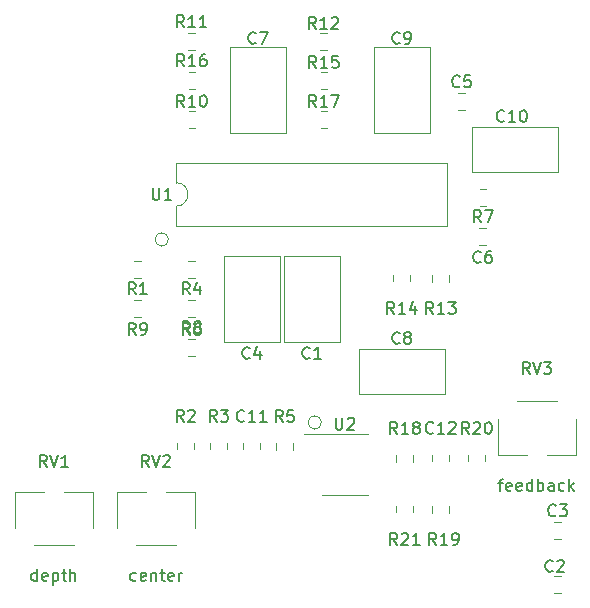
<source format=gto>
G04 #@! TF.GenerationSoftware,KiCad,Pcbnew,5.1.2-f72e74a~84~ubuntu18.04.1*
G04 #@! TF.CreationDate,2019-06-11T14:16:10-04:00*
G04 #@! TF.ProjectId,CEM3320_LPF_plug_in_board,43454d33-3332-4305-9f4c-50465f706c75,1*
G04 #@! TF.SameCoordinates,Original*
G04 #@! TF.FileFunction,Legend,Top*
G04 #@! TF.FilePolarity,Positive*
%FSLAX46Y46*%
G04 Gerber Fmt 4.6, Leading zero omitted, Abs format (unit mm)*
G04 Created by KiCad (PCBNEW 5.1.2-f72e74a~84~ubuntu18.04.1) date 2019-06-11 14:16:10*
%MOMM*%
%LPD*%
G04 APERTURE LIST*
%ADD10C,0.150000*%
%ADD11C,0.120000*%
G04 APERTURE END LIST*
D10*
X173799904Y-116371714D02*
X174180857Y-116371714D01*
X173942761Y-117038380D02*
X173942761Y-116181238D01*
X173990380Y-116086000D01*
X174085619Y-116038380D01*
X174180857Y-116038380D01*
X174895142Y-116990761D02*
X174799904Y-117038380D01*
X174609428Y-117038380D01*
X174514190Y-116990761D01*
X174466571Y-116895523D01*
X174466571Y-116514571D01*
X174514190Y-116419333D01*
X174609428Y-116371714D01*
X174799904Y-116371714D01*
X174895142Y-116419333D01*
X174942761Y-116514571D01*
X174942761Y-116609809D01*
X174466571Y-116705047D01*
X175752285Y-116990761D02*
X175657047Y-117038380D01*
X175466571Y-117038380D01*
X175371333Y-116990761D01*
X175323714Y-116895523D01*
X175323714Y-116514571D01*
X175371333Y-116419333D01*
X175466571Y-116371714D01*
X175657047Y-116371714D01*
X175752285Y-116419333D01*
X175799904Y-116514571D01*
X175799904Y-116609809D01*
X175323714Y-116705047D01*
X176657047Y-117038380D02*
X176657047Y-116038380D01*
X176657047Y-116990761D02*
X176561809Y-117038380D01*
X176371333Y-117038380D01*
X176276095Y-116990761D01*
X176228476Y-116943142D01*
X176180857Y-116847904D01*
X176180857Y-116562190D01*
X176228476Y-116466952D01*
X176276095Y-116419333D01*
X176371333Y-116371714D01*
X176561809Y-116371714D01*
X176657047Y-116419333D01*
X177133238Y-117038380D02*
X177133238Y-116038380D01*
X177133238Y-116419333D02*
X177228476Y-116371714D01*
X177418952Y-116371714D01*
X177514190Y-116419333D01*
X177561809Y-116466952D01*
X177609428Y-116562190D01*
X177609428Y-116847904D01*
X177561809Y-116943142D01*
X177514190Y-116990761D01*
X177418952Y-117038380D01*
X177228476Y-117038380D01*
X177133238Y-116990761D01*
X178466571Y-117038380D02*
X178466571Y-116514571D01*
X178418952Y-116419333D01*
X178323714Y-116371714D01*
X178133238Y-116371714D01*
X178038000Y-116419333D01*
X178466571Y-116990761D02*
X178371333Y-117038380D01*
X178133238Y-117038380D01*
X178038000Y-116990761D01*
X177990380Y-116895523D01*
X177990380Y-116800285D01*
X178038000Y-116705047D01*
X178133238Y-116657428D01*
X178371333Y-116657428D01*
X178466571Y-116609809D01*
X179371333Y-116990761D02*
X179276095Y-117038380D01*
X179085619Y-117038380D01*
X178990380Y-116990761D01*
X178942761Y-116943142D01*
X178895142Y-116847904D01*
X178895142Y-116562190D01*
X178942761Y-116466952D01*
X178990380Y-116419333D01*
X179085619Y-116371714D01*
X179276095Y-116371714D01*
X179371333Y-116419333D01*
X179799904Y-117038380D02*
X179799904Y-116038380D01*
X179895142Y-116657428D02*
X180180857Y-117038380D01*
X180180857Y-116371714D02*
X179799904Y-116752666D01*
X143113333Y-124610761D02*
X143018095Y-124658380D01*
X142827619Y-124658380D01*
X142732380Y-124610761D01*
X142684761Y-124563142D01*
X142637142Y-124467904D01*
X142637142Y-124182190D01*
X142684761Y-124086952D01*
X142732380Y-124039333D01*
X142827619Y-123991714D01*
X143018095Y-123991714D01*
X143113333Y-124039333D01*
X143922857Y-124610761D02*
X143827619Y-124658380D01*
X143637142Y-124658380D01*
X143541904Y-124610761D01*
X143494285Y-124515523D01*
X143494285Y-124134571D01*
X143541904Y-124039333D01*
X143637142Y-123991714D01*
X143827619Y-123991714D01*
X143922857Y-124039333D01*
X143970476Y-124134571D01*
X143970476Y-124229809D01*
X143494285Y-124325047D01*
X144399047Y-123991714D02*
X144399047Y-124658380D01*
X144399047Y-124086952D02*
X144446666Y-124039333D01*
X144541904Y-123991714D01*
X144684761Y-123991714D01*
X144780000Y-124039333D01*
X144827619Y-124134571D01*
X144827619Y-124658380D01*
X145160952Y-123991714D02*
X145541904Y-123991714D01*
X145303809Y-123658380D02*
X145303809Y-124515523D01*
X145351428Y-124610761D01*
X145446666Y-124658380D01*
X145541904Y-124658380D01*
X146256190Y-124610761D02*
X146160952Y-124658380D01*
X145970476Y-124658380D01*
X145875238Y-124610761D01*
X145827619Y-124515523D01*
X145827619Y-124134571D01*
X145875238Y-124039333D01*
X145970476Y-123991714D01*
X146160952Y-123991714D01*
X146256190Y-124039333D01*
X146303809Y-124134571D01*
X146303809Y-124229809D01*
X145827619Y-124325047D01*
X146732380Y-124658380D02*
X146732380Y-123991714D01*
X146732380Y-124182190D02*
X146780000Y-124086952D01*
X146827619Y-124039333D01*
X146922857Y-123991714D01*
X147018095Y-123991714D01*
X134739238Y-124658380D02*
X134739238Y-123658380D01*
X134739238Y-124610761D02*
X134644000Y-124658380D01*
X134453523Y-124658380D01*
X134358285Y-124610761D01*
X134310666Y-124563142D01*
X134263047Y-124467904D01*
X134263047Y-124182190D01*
X134310666Y-124086952D01*
X134358285Y-124039333D01*
X134453523Y-123991714D01*
X134644000Y-123991714D01*
X134739238Y-124039333D01*
X135596380Y-124610761D02*
X135501142Y-124658380D01*
X135310666Y-124658380D01*
X135215428Y-124610761D01*
X135167809Y-124515523D01*
X135167809Y-124134571D01*
X135215428Y-124039333D01*
X135310666Y-123991714D01*
X135501142Y-123991714D01*
X135596380Y-124039333D01*
X135644000Y-124134571D01*
X135644000Y-124229809D01*
X135167809Y-124325047D01*
X136072571Y-123991714D02*
X136072571Y-124991714D01*
X136072571Y-124039333D02*
X136167809Y-123991714D01*
X136358285Y-123991714D01*
X136453523Y-124039333D01*
X136501142Y-124086952D01*
X136548761Y-124182190D01*
X136548761Y-124467904D01*
X136501142Y-124563142D01*
X136453523Y-124610761D01*
X136358285Y-124658380D01*
X136167809Y-124658380D01*
X136072571Y-124610761D01*
X136834476Y-123991714D02*
X137215428Y-123991714D01*
X136977333Y-123658380D02*
X136977333Y-124515523D01*
X137024952Y-124610761D01*
X137120190Y-124658380D01*
X137215428Y-124658380D01*
X137548761Y-124658380D02*
X137548761Y-123658380D01*
X137977333Y-124658380D02*
X137977333Y-124134571D01*
X137929714Y-124039333D01*
X137834476Y-123991714D01*
X137691619Y-123991714D01*
X137596380Y-124039333D01*
X137548761Y-124086952D01*
D11*
X158809961Y-111252000D02*
G75*
G03X158809961Y-111252000I-567961J0D01*
G01*
X145855961Y-95758000D02*
G75*
G03X145855961Y-95758000I-567961J0D01*
G01*
X168200000Y-114029748D02*
X168200000Y-114552252D01*
X169620000Y-114029748D02*
X169620000Y-114552252D01*
X153618000Y-113536252D02*
X153618000Y-113013748D01*
X152198000Y-113536252D02*
X152198000Y-113013748D01*
X160782000Y-112248000D02*
X157332000Y-112248000D01*
X160782000Y-112248000D02*
X162732000Y-112248000D01*
X160782000Y-117368000D02*
X158832000Y-117368000D01*
X160782000Y-117368000D02*
X162732000Y-117368000D01*
X146498000Y-89298000D02*
X146498000Y-90948000D01*
X169478000Y-89298000D02*
X146498000Y-89298000D01*
X169478000Y-94598000D02*
X169478000Y-89298000D01*
X146498000Y-94598000D02*
X169478000Y-94598000D01*
X146498000Y-92948000D02*
X146498000Y-94598000D01*
X146498000Y-90948000D02*
G75*
G02X146498000Y-92948000I0J-1000000D01*
G01*
X180333000Y-110981000D02*
X180333000Y-114035000D01*
X173743000Y-110981000D02*
X173743000Y-114035000D01*
X177873000Y-114035000D02*
X180333000Y-114035000D01*
X173743000Y-114035000D02*
X176203000Y-114035000D01*
X175333000Y-109475000D02*
X178743000Y-109475000D01*
X141485000Y-120159000D02*
X141485000Y-117105000D01*
X148075000Y-120159000D02*
X148075000Y-117105000D01*
X143945000Y-117105000D02*
X141485000Y-117105000D01*
X148075000Y-117105000D02*
X145615000Y-117105000D01*
X146485000Y-121665000D02*
X143075000Y-121665000D01*
X132849000Y-120159000D02*
X132849000Y-117105000D01*
X139439000Y-120159000D02*
X139439000Y-117105000D01*
X135309000Y-117105000D02*
X132849000Y-117105000D01*
X139439000Y-117105000D02*
X136979000Y-117105000D01*
X137849000Y-121665000D02*
X134439000Y-121665000D01*
X166572000Y-118870252D02*
X166572000Y-118347748D01*
X165152000Y-118870252D02*
X165152000Y-118347748D01*
X171248000Y-114029748D02*
X171248000Y-114552252D01*
X172668000Y-114029748D02*
X172668000Y-114552252D01*
X169620000Y-118888252D02*
X169620000Y-118365748D01*
X168200000Y-118888252D02*
X168200000Y-118365748D01*
X165152000Y-114038748D02*
X165152000Y-114561252D01*
X166572000Y-114038748D02*
X166572000Y-114561252D01*
X159274252Y-84888000D02*
X158751748Y-84888000D01*
X159274252Y-86308000D02*
X158751748Y-86308000D01*
X147566748Y-83006000D02*
X148089252Y-83006000D01*
X147566748Y-81586000D02*
X148089252Y-81586000D01*
X159265252Y-81586000D02*
X158742748Y-81586000D01*
X159265252Y-83006000D02*
X158742748Y-83006000D01*
X166318000Y-99312252D02*
X166318000Y-98789748D01*
X164898000Y-99312252D02*
X164898000Y-98789748D01*
X168200000Y-98798748D02*
X168200000Y-99321252D01*
X169620000Y-98798748D02*
X169620000Y-99321252D01*
X159256252Y-78284000D02*
X158733748Y-78284000D01*
X159256252Y-79704000D02*
X158733748Y-79704000D01*
X147557748Y-79704000D02*
X148080252Y-79704000D01*
X147557748Y-78284000D02*
X148080252Y-78284000D01*
X148089252Y-84888000D02*
X147566748Y-84888000D01*
X148089252Y-86308000D02*
X147566748Y-86308000D01*
X142985748Y-102310000D02*
X143508252Y-102310000D01*
X142985748Y-100890000D02*
X143508252Y-100890000D01*
X147557748Y-105612000D02*
X148080252Y-105612000D01*
X147557748Y-104192000D02*
X148080252Y-104192000D01*
X172736252Y-91492000D02*
X172213748Y-91492000D01*
X172736252Y-92912000D02*
X172213748Y-92912000D01*
X147557748Y-102310000D02*
X148080252Y-102310000D01*
X147557748Y-100890000D02*
X148080252Y-100890000D01*
X154992000Y-113031748D02*
X154992000Y-113554252D01*
X156412000Y-113031748D02*
X156412000Y-113554252D01*
X148080252Y-97588000D02*
X147557748Y-97588000D01*
X148080252Y-99008000D02*
X147557748Y-99008000D01*
X149404000Y-113013748D02*
X149404000Y-113536252D01*
X150824000Y-113013748D02*
X150824000Y-113536252D01*
X148030000Y-113536252D02*
X148030000Y-113013748D01*
X146610000Y-113536252D02*
X146610000Y-113013748D01*
X143508252Y-97588000D02*
X142985748Y-97588000D01*
X143508252Y-99008000D02*
X142985748Y-99008000D01*
X171600000Y-90008000D02*
X171600000Y-86268000D01*
X178840000Y-90008000D02*
X178840000Y-86268000D01*
X178840000Y-86268000D02*
X171600000Y-86268000D01*
X178840000Y-90008000D02*
X171600000Y-90008000D01*
X163238000Y-79478000D02*
X167978000Y-79478000D01*
X163238000Y-86718000D02*
X167978000Y-86718000D01*
X167978000Y-86718000D02*
X167978000Y-79478000D01*
X163238000Y-86718000D02*
X163238000Y-79478000D01*
X162028000Y-108804000D02*
X162028000Y-105064000D01*
X169268000Y-108804000D02*
X169268000Y-105064000D01*
X169268000Y-105064000D02*
X162028000Y-105064000D01*
X169268000Y-108804000D02*
X162028000Y-108804000D01*
X151046000Y-79478000D02*
X155786000Y-79478000D01*
X151046000Y-86718000D02*
X155786000Y-86718000D01*
X155786000Y-86718000D02*
X155786000Y-79478000D01*
X151046000Y-86718000D02*
X151046000Y-79478000D01*
X172195748Y-96214000D02*
X172718252Y-96214000D01*
X172195748Y-94794000D02*
X172718252Y-94794000D01*
X170417748Y-84784000D02*
X170940252Y-84784000D01*
X170417748Y-83364000D02*
X170940252Y-83364000D01*
X155278000Y-104418000D02*
X150538000Y-104418000D01*
X155278000Y-97178000D02*
X150538000Y-97178000D01*
X150538000Y-97178000D02*
X150538000Y-104418000D01*
X155278000Y-97178000D02*
X155278000Y-104418000D01*
X178545748Y-121106000D02*
X179068252Y-121106000D01*
X178545748Y-119686000D02*
X179068252Y-119686000D01*
X179068252Y-124258000D02*
X178545748Y-124258000D01*
X179068252Y-125678000D02*
X178545748Y-125678000D01*
X160358000Y-104418000D02*
X155618000Y-104418000D01*
X160358000Y-97178000D02*
X155618000Y-97178000D01*
X155618000Y-97178000D02*
X155618000Y-104418000D01*
X160358000Y-97178000D02*
X160358000Y-104418000D01*
D10*
X168267142Y-112108142D02*
X168219523Y-112155761D01*
X168076666Y-112203380D01*
X167981428Y-112203380D01*
X167838571Y-112155761D01*
X167743333Y-112060523D01*
X167695714Y-111965285D01*
X167648095Y-111774809D01*
X167648095Y-111631952D01*
X167695714Y-111441476D01*
X167743333Y-111346238D01*
X167838571Y-111251000D01*
X167981428Y-111203380D01*
X168076666Y-111203380D01*
X168219523Y-111251000D01*
X168267142Y-111298619D01*
X169219523Y-112203380D02*
X168648095Y-112203380D01*
X168933809Y-112203380D02*
X168933809Y-111203380D01*
X168838571Y-111346238D01*
X168743333Y-111441476D01*
X168648095Y-111489095D01*
X169600476Y-111298619D02*
X169648095Y-111251000D01*
X169743333Y-111203380D01*
X169981428Y-111203380D01*
X170076666Y-111251000D01*
X170124285Y-111298619D01*
X170171904Y-111393857D01*
X170171904Y-111489095D01*
X170124285Y-111631952D01*
X169552857Y-112203380D01*
X170171904Y-112203380D01*
X152265142Y-111101142D02*
X152217523Y-111148761D01*
X152074666Y-111196380D01*
X151979428Y-111196380D01*
X151836571Y-111148761D01*
X151741333Y-111053523D01*
X151693714Y-110958285D01*
X151646095Y-110767809D01*
X151646095Y-110624952D01*
X151693714Y-110434476D01*
X151741333Y-110339238D01*
X151836571Y-110244000D01*
X151979428Y-110196380D01*
X152074666Y-110196380D01*
X152217523Y-110244000D01*
X152265142Y-110291619D01*
X153217523Y-111196380D02*
X152646095Y-111196380D01*
X152931809Y-111196380D02*
X152931809Y-110196380D01*
X152836571Y-110339238D01*
X152741333Y-110434476D01*
X152646095Y-110482095D01*
X154169904Y-111196380D02*
X153598476Y-111196380D01*
X153884190Y-111196380D02*
X153884190Y-110196380D01*
X153788952Y-110339238D01*
X153693714Y-110434476D01*
X153598476Y-110482095D01*
X160020095Y-110860380D02*
X160020095Y-111669904D01*
X160067714Y-111765142D01*
X160115333Y-111812761D01*
X160210571Y-111860380D01*
X160401047Y-111860380D01*
X160496285Y-111812761D01*
X160543904Y-111765142D01*
X160591523Y-111669904D01*
X160591523Y-110860380D01*
X161020095Y-110955619D02*
X161067714Y-110908000D01*
X161162952Y-110860380D01*
X161401047Y-110860380D01*
X161496285Y-110908000D01*
X161543904Y-110955619D01*
X161591523Y-111050857D01*
X161591523Y-111146095D01*
X161543904Y-111288952D01*
X160972476Y-111860380D01*
X161591523Y-111860380D01*
X144526095Y-91400380D02*
X144526095Y-92209904D01*
X144573714Y-92305142D01*
X144621333Y-92352761D01*
X144716571Y-92400380D01*
X144907047Y-92400380D01*
X145002285Y-92352761D01*
X145049904Y-92305142D01*
X145097523Y-92209904D01*
X145097523Y-91400380D01*
X146097523Y-92400380D02*
X145526095Y-92400380D01*
X145811809Y-92400380D02*
X145811809Y-91400380D01*
X145716571Y-91543238D01*
X145621333Y-91638476D01*
X145526095Y-91686095D01*
X176442761Y-107152380D02*
X176109428Y-106676190D01*
X175871333Y-107152380D02*
X175871333Y-106152380D01*
X176252285Y-106152380D01*
X176347523Y-106200000D01*
X176395142Y-106247619D01*
X176442761Y-106342857D01*
X176442761Y-106485714D01*
X176395142Y-106580952D01*
X176347523Y-106628571D01*
X176252285Y-106676190D01*
X175871333Y-106676190D01*
X176728476Y-106152380D02*
X177061809Y-107152380D01*
X177395142Y-106152380D01*
X177633238Y-106152380D02*
X178252285Y-106152380D01*
X177918952Y-106533333D01*
X178061809Y-106533333D01*
X178157047Y-106580952D01*
X178204666Y-106628571D01*
X178252285Y-106723809D01*
X178252285Y-106961904D01*
X178204666Y-107057142D01*
X178157047Y-107104761D01*
X178061809Y-107152380D01*
X177776095Y-107152380D01*
X177680857Y-107104761D01*
X177633238Y-107057142D01*
X144184761Y-115006380D02*
X143851428Y-114530190D01*
X143613333Y-115006380D02*
X143613333Y-114006380D01*
X143994285Y-114006380D01*
X144089523Y-114054000D01*
X144137142Y-114101619D01*
X144184761Y-114196857D01*
X144184761Y-114339714D01*
X144137142Y-114434952D01*
X144089523Y-114482571D01*
X143994285Y-114530190D01*
X143613333Y-114530190D01*
X144470476Y-114006380D02*
X144803809Y-115006380D01*
X145137142Y-114006380D01*
X145422857Y-114101619D02*
X145470476Y-114054000D01*
X145565714Y-114006380D01*
X145803809Y-114006380D01*
X145899047Y-114054000D01*
X145946666Y-114101619D01*
X145994285Y-114196857D01*
X145994285Y-114292095D01*
X145946666Y-114434952D01*
X145375238Y-115006380D01*
X145994285Y-115006380D01*
X135548761Y-115006380D02*
X135215428Y-114530190D01*
X134977333Y-115006380D02*
X134977333Y-114006380D01*
X135358285Y-114006380D01*
X135453523Y-114054000D01*
X135501142Y-114101619D01*
X135548761Y-114196857D01*
X135548761Y-114339714D01*
X135501142Y-114434952D01*
X135453523Y-114482571D01*
X135358285Y-114530190D01*
X134977333Y-114530190D01*
X135834476Y-114006380D02*
X136167809Y-115006380D01*
X136501142Y-114006380D01*
X137358285Y-115006380D02*
X136786857Y-115006380D01*
X137072571Y-115006380D02*
X137072571Y-114006380D01*
X136977333Y-114149238D01*
X136882095Y-114244476D01*
X136786857Y-114292095D01*
X165219142Y-121610380D02*
X164885809Y-121134190D01*
X164647714Y-121610380D02*
X164647714Y-120610380D01*
X165028666Y-120610380D01*
X165123904Y-120658000D01*
X165171523Y-120705619D01*
X165219142Y-120800857D01*
X165219142Y-120943714D01*
X165171523Y-121038952D01*
X165123904Y-121086571D01*
X165028666Y-121134190D01*
X164647714Y-121134190D01*
X165600095Y-120705619D02*
X165647714Y-120658000D01*
X165742952Y-120610380D01*
X165981047Y-120610380D01*
X166076285Y-120658000D01*
X166123904Y-120705619D01*
X166171523Y-120800857D01*
X166171523Y-120896095D01*
X166123904Y-121038952D01*
X165552476Y-121610380D01*
X166171523Y-121610380D01*
X167123904Y-121610380D02*
X166552476Y-121610380D01*
X166838190Y-121610380D02*
X166838190Y-120610380D01*
X166742952Y-120753238D01*
X166647714Y-120848476D01*
X166552476Y-120896095D01*
X171315142Y-112212380D02*
X170981809Y-111736190D01*
X170743714Y-112212380D02*
X170743714Y-111212380D01*
X171124666Y-111212380D01*
X171219904Y-111260000D01*
X171267523Y-111307619D01*
X171315142Y-111402857D01*
X171315142Y-111545714D01*
X171267523Y-111640952D01*
X171219904Y-111688571D01*
X171124666Y-111736190D01*
X170743714Y-111736190D01*
X171696095Y-111307619D02*
X171743714Y-111260000D01*
X171838952Y-111212380D01*
X172077047Y-111212380D01*
X172172285Y-111260000D01*
X172219904Y-111307619D01*
X172267523Y-111402857D01*
X172267523Y-111498095D01*
X172219904Y-111640952D01*
X171648476Y-112212380D01*
X172267523Y-112212380D01*
X172886571Y-111212380D02*
X172981809Y-111212380D01*
X173077047Y-111260000D01*
X173124666Y-111307619D01*
X173172285Y-111402857D01*
X173219904Y-111593333D01*
X173219904Y-111831428D01*
X173172285Y-112021904D01*
X173124666Y-112117142D01*
X173077047Y-112164761D01*
X172981809Y-112212380D01*
X172886571Y-112212380D01*
X172791333Y-112164761D01*
X172743714Y-112117142D01*
X172696095Y-112021904D01*
X172648476Y-111831428D01*
X172648476Y-111593333D01*
X172696095Y-111402857D01*
X172743714Y-111307619D01*
X172791333Y-111260000D01*
X172886571Y-111212380D01*
X168521142Y-121610380D02*
X168187809Y-121134190D01*
X167949714Y-121610380D02*
X167949714Y-120610380D01*
X168330666Y-120610380D01*
X168425904Y-120658000D01*
X168473523Y-120705619D01*
X168521142Y-120800857D01*
X168521142Y-120943714D01*
X168473523Y-121038952D01*
X168425904Y-121086571D01*
X168330666Y-121134190D01*
X167949714Y-121134190D01*
X169473523Y-121610380D02*
X168902095Y-121610380D01*
X169187809Y-121610380D02*
X169187809Y-120610380D01*
X169092571Y-120753238D01*
X168997333Y-120848476D01*
X168902095Y-120896095D01*
X169949714Y-121610380D02*
X170140190Y-121610380D01*
X170235428Y-121562761D01*
X170283047Y-121515142D01*
X170378285Y-121372285D01*
X170425904Y-121181809D01*
X170425904Y-120800857D01*
X170378285Y-120705619D01*
X170330666Y-120658000D01*
X170235428Y-120610380D01*
X170044952Y-120610380D01*
X169949714Y-120658000D01*
X169902095Y-120705619D01*
X169854476Y-120800857D01*
X169854476Y-121038952D01*
X169902095Y-121134190D01*
X169949714Y-121181809D01*
X170044952Y-121229428D01*
X170235428Y-121229428D01*
X170330666Y-121181809D01*
X170378285Y-121134190D01*
X170425904Y-121038952D01*
X165219142Y-112212380D02*
X164885809Y-111736190D01*
X164647714Y-112212380D02*
X164647714Y-111212380D01*
X165028666Y-111212380D01*
X165123904Y-111260000D01*
X165171523Y-111307619D01*
X165219142Y-111402857D01*
X165219142Y-111545714D01*
X165171523Y-111640952D01*
X165123904Y-111688571D01*
X165028666Y-111736190D01*
X164647714Y-111736190D01*
X166171523Y-112212380D02*
X165600095Y-112212380D01*
X165885809Y-112212380D02*
X165885809Y-111212380D01*
X165790571Y-111355238D01*
X165695333Y-111450476D01*
X165600095Y-111498095D01*
X166742952Y-111640952D02*
X166647714Y-111593333D01*
X166600095Y-111545714D01*
X166552476Y-111450476D01*
X166552476Y-111402857D01*
X166600095Y-111307619D01*
X166647714Y-111260000D01*
X166742952Y-111212380D01*
X166933428Y-111212380D01*
X167028666Y-111260000D01*
X167076285Y-111307619D01*
X167123904Y-111402857D01*
X167123904Y-111450476D01*
X167076285Y-111545714D01*
X167028666Y-111593333D01*
X166933428Y-111640952D01*
X166742952Y-111640952D01*
X166647714Y-111688571D01*
X166600095Y-111736190D01*
X166552476Y-111831428D01*
X166552476Y-112021904D01*
X166600095Y-112117142D01*
X166647714Y-112164761D01*
X166742952Y-112212380D01*
X166933428Y-112212380D01*
X167028666Y-112164761D01*
X167076285Y-112117142D01*
X167123904Y-112021904D01*
X167123904Y-111831428D01*
X167076285Y-111736190D01*
X167028666Y-111688571D01*
X166933428Y-111640952D01*
X158370142Y-84526380D02*
X158036809Y-84050190D01*
X157798714Y-84526380D02*
X157798714Y-83526380D01*
X158179666Y-83526380D01*
X158274904Y-83574000D01*
X158322523Y-83621619D01*
X158370142Y-83716857D01*
X158370142Y-83859714D01*
X158322523Y-83954952D01*
X158274904Y-84002571D01*
X158179666Y-84050190D01*
X157798714Y-84050190D01*
X159322523Y-84526380D02*
X158751095Y-84526380D01*
X159036809Y-84526380D02*
X159036809Y-83526380D01*
X158941571Y-83669238D01*
X158846333Y-83764476D01*
X158751095Y-83812095D01*
X159655857Y-83526380D02*
X160322523Y-83526380D01*
X159893952Y-84526380D01*
X147185142Y-81098380D02*
X146851809Y-80622190D01*
X146613714Y-81098380D02*
X146613714Y-80098380D01*
X146994666Y-80098380D01*
X147089904Y-80146000D01*
X147137523Y-80193619D01*
X147185142Y-80288857D01*
X147185142Y-80431714D01*
X147137523Y-80526952D01*
X147089904Y-80574571D01*
X146994666Y-80622190D01*
X146613714Y-80622190D01*
X148137523Y-81098380D02*
X147566095Y-81098380D01*
X147851809Y-81098380D02*
X147851809Y-80098380D01*
X147756571Y-80241238D01*
X147661333Y-80336476D01*
X147566095Y-80384095D01*
X148994666Y-80098380D02*
X148804190Y-80098380D01*
X148708952Y-80146000D01*
X148661333Y-80193619D01*
X148566095Y-80336476D01*
X148518476Y-80526952D01*
X148518476Y-80907904D01*
X148566095Y-81003142D01*
X148613714Y-81050761D01*
X148708952Y-81098380D01*
X148899428Y-81098380D01*
X148994666Y-81050761D01*
X149042285Y-81003142D01*
X149089904Y-80907904D01*
X149089904Y-80669809D01*
X149042285Y-80574571D01*
X148994666Y-80526952D01*
X148899428Y-80479333D01*
X148708952Y-80479333D01*
X148613714Y-80526952D01*
X148566095Y-80574571D01*
X148518476Y-80669809D01*
X158361142Y-81224380D02*
X158027809Y-80748190D01*
X157789714Y-81224380D02*
X157789714Y-80224380D01*
X158170666Y-80224380D01*
X158265904Y-80272000D01*
X158313523Y-80319619D01*
X158361142Y-80414857D01*
X158361142Y-80557714D01*
X158313523Y-80652952D01*
X158265904Y-80700571D01*
X158170666Y-80748190D01*
X157789714Y-80748190D01*
X159313523Y-81224380D02*
X158742095Y-81224380D01*
X159027809Y-81224380D02*
X159027809Y-80224380D01*
X158932571Y-80367238D01*
X158837333Y-80462476D01*
X158742095Y-80510095D01*
X160218285Y-80224380D02*
X159742095Y-80224380D01*
X159694476Y-80700571D01*
X159742095Y-80652952D01*
X159837333Y-80605333D01*
X160075428Y-80605333D01*
X160170666Y-80652952D01*
X160218285Y-80700571D01*
X160265904Y-80795809D01*
X160265904Y-81033904D01*
X160218285Y-81129142D01*
X160170666Y-81176761D01*
X160075428Y-81224380D01*
X159837333Y-81224380D01*
X159742095Y-81176761D01*
X159694476Y-81129142D01*
X164965142Y-102052380D02*
X164631809Y-101576190D01*
X164393714Y-102052380D02*
X164393714Y-101052380D01*
X164774666Y-101052380D01*
X164869904Y-101100000D01*
X164917523Y-101147619D01*
X164965142Y-101242857D01*
X164965142Y-101385714D01*
X164917523Y-101480952D01*
X164869904Y-101528571D01*
X164774666Y-101576190D01*
X164393714Y-101576190D01*
X165917523Y-102052380D02*
X165346095Y-102052380D01*
X165631809Y-102052380D02*
X165631809Y-101052380D01*
X165536571Y-101195238D01*
X165441333Y-101290476D01*
X165346095Y-101338095D01*
X166774666Y-101385714D02*
X166774666Y-102052380D01*
X166536571Y-101004761D02*
X166298476Y-101719047D01*
X166917523Y-101719047D01*
X168267142Y-102052380D02*
X167933809Y-101576190D01*
X167695714Y-102052380D02*
X167695714Y-101052380D01*
X168076666Y-101052380D01*
X168171904Y-101100000D01*
X168219523Y-101147619D01*
X168267142Y-101242857D01*
X168267142Y-101385714D01*
X168219523Y-101480952D01*
X168171904Y-101528571D01*
X168076666Y-101576190D01*
X167695714Y-101576190D01*
X169219523Y-102052380D02*
X168648095Y-102052380D01*
X168933809Y-102052380D02*
X168933809Y-101052380D01*
X168838571Y-101195238D01*
X168743333Y-101290476D01*
X168648095Y-101338095D01*
X169552857Y-101052380D02*
X170171904Y-101052380D01*
X169838571Y-101433333D01*
X169981428Y-101433333D01*
X170076666Y-101480952D01*
X170124285Y-101528571D01*
X170171904Y-101623809D01*
X170171904Y-101861904D01*
X170124285Y-101957142D01*
X170076666Y-102004761D01*
X169981428Y-102052380D01*
X169695714Y-102052380D01*
X169600476Y-102004761D01*
X169552857Y-101957142D01*
X158352142Y-77922380D02*
X158018809Y-77446190D01*
X157780714Y-77922380D02*
X157780714Y-76922380D01*
X158161666Y-76922380D01*
X158256904Y-76970000D01*
X158304523Y-77017619D01*
X158352142Y-77112857D01*
X158352142Y-77255714D01*
X158304523Y-77350952D01*
X158256904Y-77398571D01*
X158161666Y-77446190D01*
X157780714Y-77446190D01*
X159304523Y-77922380D02*
X158733095Y-77922380D01*
X159018809Y-77922380D02*
X159018809Y-76922380D01*
X158923571Y-77065238D01*
X158828333Y-77160476D01*
X158733095Y-77208095D01*
X159685476Y-77017619D02*
X159733095Y-76970000D01*
X159828333Y-76922380D01*
X160066428Y-76922380D01*
X160161666Y-76970000D01*
X160209285Y-77017619D01*
X160256904Y-77112857D01*
X160256904Y-77208095D01*
X160209285Y-77350952D01*
X159637857Y-77922380D01*
X160256904Y-77922380D01*
X147176142Y-77796380D02*
X146842809Y-77320190D01*
X146604714Y-77796380D02*
X146604714Y-76796380D01*
X146985666Y-76796380D01*
X147080904Y-76844000D01*
X147128523Y-76891619D01*
X147176142Y-76986857D01*
X147176142Y-77129714D01*
X147128523Y-77224952D01*
X147080904Y-77272571D01*
X146985666Y-77320190D01*
X146604714Y-77320190D01*
X148128523Y-77796380D02*
X147557095Y-77796380D01*
X147842809Y-77796380D02*
X147842809Y-76796380D01*
X147747571Y-76939238D01*
X147652333Y-77034476D01*
X147557095Y-77082095D01*
X149080904Y-77796380D02*
X148509476Y-77796380D01*
X148795190Y-77796380D02*
X148795190Y-76796380D01*
X148699952Y-76939238D01*
X148604714Y-77034476D01*
X148509476Y-77082095D01*
X147185142Y-84526380D02*
X146851809Y-84050190D01*
X146613714Y-84526380D02*
X146613714Y-83526380D01*
X146994666Y-83526380D01*
X147089904Y-83574000D01*
X147137523Y-83621619D01*
X147185142Y-83716857D01*
X147185142Y-83859714D01*
X147137523Y-83954952D01*
X147089904Y-84002571D01*
X146994666Y-84050190D01*
X146613714Y-84050190D01*
X148137523Y-84526380D02*
X147566095Y-84526380D01*
X147851809Y-84526380D02*
X147851809Y-83526380D01*
X147756571Y-83669238D01*
X147661333Y-83764476D01*
X147566095Y-83812095D01*
X148756571Y-83526380D02*
X148851809Y-83526380D01*
X148947047Y-83574000D01*
X148994666Y-83621619D01*
X149042285Y-83716857D01*
X149089904Y-83907333D01*
X149089904Y-84145428D01*
X149042285Y-84335904D01*
X148994666Y-84431142D01*
X148947047Y-84478761D01*
X148851809Y-84526380D01*
X148756571Y-84526380D01*
X148661333Y-84478761D01*
X148613714Y-84431142D01*
X148566095Y-84335904D01*
X148518476Y-84145428D01*
X148518476Y-83907333D01*
X148566095Y-83716857D01*
X148613714Y-83621619D01*
X148661333Y-83574000D01*
X148756571Y-83526380D01*
X143080333Y-103830380D02*
X142747000Y-103354190D01*
X142508904Y-103830380D02*
X142508904Y-102830380D01*
X142889857Y-102830380D01*
X142985095Y-102878000D01*
X143032714Y-102925619D01*
X143080333Y-103020857D01*
X143080333Y-103163714D01*
X143032714Y-103258952D01*
X142985095Y-103306571D01*
X142889857Y-103354190D01*
X142508904Y-103354190D01*
X143556523Y-103830380D02*
X143747000Y-103830380D01*
X143842238Y-103782761D01*
X143889857Y-103735142D01*
X143985095Y-103592285D01*
X144032714Y-103401809D01*
X144032714Y-103020857D01*
X143985095Y-102925619D01*
X143937476Y-102878000D01*
X143842238Y-102830380D01*
X143651761Y-102830380D01*
X143556523Y-102878000D01*
X143508904Y-102925619D01*
X143461285Y-103020857D01*
X143461285Y-103258952D01*
X143508904Y-103354190D01*
X143556523Y-103401809D01*
X143651761Y-103449428D01*
X143842238Y-103449428D01*
X143937476Y-103401809D01*
X143985095Y-103354190D01*
X144032714Y-103258952D01*
X147652333Y-103704380D02*
X147319000Y-103228190D01*
X147080904Y-103704380D02*
X147080904Y-102704380D01*
X147461857Y-102704380D01*
X147557095Y-102752000D01*
X147604714Y-102799619D01*
X147652333Y-102894857D01*
X147652333Y-103037714D01*
X147604714Y-103132952D01*
X147557095Y-103180571D01*
X147461857Y-103228190D01*
X147080904Y-103228190D01*
X148223761Y-103132952D02*
X148128523Y-103085333D01*
X148080904Y-103037714D01*
X148033285Y-102942476D01*
X148033285Y-102894857D01*
X148080904Y-102799619D01*
X148128523Y-102752000D01*
X148223761Y-102704380D01*
X148414238Y-102704380D01*
X148509476Y-102752000D01*
X148557095Y-102799619D01*
X148604714Y-102894857D01*
X148604714Y-102942476D01*
X148557095Y-103037714D01*
X148509476Y-103085333D01*
X148414238Y-103132952D01*
X148223761Y-103132952D01*
X148128523Y-103180571D01*
X148080904Y-103228190D01*
X148033285Y-103323428D01*
X148033285Y-103513904D01*
X148080904Y-103609142D01*
X148128523Y-103656761D01*
X148223761Y-103704380D01*
X148414238Y-103704380D01*
X148509476Y-103656761D01*
X148557095Y-103609142D01*
X148604714Y-103513904D01*
X148604714Y-103323428D01*
X148557095Y-103228190D01*
X148509476Y-103180571D01*
X148414238Y-103132952D01*
X172308333Y-94304380D02*
X171975000Y-93828190D01*
X171736904Y-94304380D02*
X171736904Y-93304380D01*
X172117857Y-93304380D01*
X172213095Y-93352000D01*
X172260714Y-93399619D01*
X172308333Y-93494857D01*
X172308333Y-93637714D01*
X172260714Y-93732952D01*
X172213095Y-93780571D01*
X172117857Y-93828190D01*
X171736904Y-93828190D01*
X172641666Y-93304380D02*
X173308333Y-93304380D01*
X172879761Y-94304380D01*
X147652333Y-103830380D02*
X147319000Y-103354190D01*
X147080904Y-103830380D02*
X147080904Y-102830380D01*
X147461857Y-102830380D01*
X147557095Y-102878000D01*
X147604714Y-102925619D01*
X147652333Y-103020857D01*
X147652333Y-103163714D01*
X147604714Y-103258952D01*
X147557095Y-103306571D01*
X147461857Y-103354190D01*
X147080904Y-103354190D01*
X148509476Y-102830380D02*
X148319000Y-102830380D01*
X148223761Y-102878000D01*
X148176142Y-102925619D01*
X148080904Y-103068476D01*
X148033285Y-103258952D01*
X148033285Y-103639904D01*
X148080904Y-103735142D01*
X148128523Y-103782761D01*
X148223761Y-103830380D01*
X148414238Y-103830380D01*
X148509476Y-103782761D01*
X148557095Y-103735142D01*
X148604714Y-103639904D01*
X148604714Y-103401809D01*
X148557095Y-103306571D01*
X148509476Y-103258952D01*
X148414238Y-103211333D01*
X148223761Y-103211333D01*
X148128523Y-103258952D01*
X148080904Y-103306571D01*
X148033285Y-103401809D01*
X155535333Y-111214380D02*
X155202000Y-110738190D01*
X154963904Y-111214380D02*
X154963904Y-110214380D01*
X155344857Y-110214380D01*
X155440095Y-110262000D01*
X155487714Y-110309619D01*
X155535333Y-110404857D01*
X155535333Y-110547714D01*
X155487714Y-110642952D01*
X155440095Y-110690571D01*
X155344857Y-110738190D01*
X154963904Y-110738190D01*
X156440095Y-110214380D02*
X155963904Y-110214380D01*
X155916285Y-110690571D01*
X155963904Y-110642952D01*
X156059142Y-110595333D01*
X156297238Y-110595333D01*
X156392476Y-110642952D01*
X156440095Y-110690571D01*
X156487714Y-110785809D01*
X156487714Y-111023904D01*
X156440095Y-111119142D01*
X156392476Y-111166761D01*
X156297238Y-111214380D01*
X156059142Y-111214380D01*
X155963904Y-111166761D01*
X155916285Y-111119142D01*
X147652333Y-100400380D02*
X147319000Y-99924190D01*
X147080904Y-100400380D02*
X147080904Y-99400380D01*
X147461857Y-99400380D01*
X147557095Y-99448000D01*
X147604714Y-99495619D01*
X147652333Y-99590857D01*
X147652333Y-99733714D01*
X147604714Y-99828952D01*
X147557095Y-99876571D01*
X147461857Y-99924190D01*
X147080904Y-99924190D01*
X148509476Y-99733714D02*
X148509476Y-100400380D01*
X148271380Y-99352761D02*
X148033285Y-100067047D01*
X148652333Y-100067047D01*
X149947333Y-111187380D02*
X149614000Y-110711190D01*
X149375904Y-111187380D02*
X149375904Y-110187380D01*
X149756857Y-110187380D01*
X149852095Y-110235000D01*
X149899714Y-110282619D01*
X149947333Y-110377857D01*
X149947333Y-110520714D01*
X149899714Y-110615952D01*
X149852095Y-110663571D01*
X149756857Y-110711190D01*
X149375904Y-110711190D01*
X150280666Y-110187380D02*
X150899714Y-110187380D01*
X150566380Y-110568333D01*
X150709238Y-110568333D01*
X150804476Y-110615952D01*
X150852095Y-110663571D01*
X150899714Y-110758809D01*
X150899714Y-110996904D01*
X150852095Y-111092142D01*
X150804476Y-111139761D01*
X150709238Y-111187380D01*
X150423523Y-111187380D01*
X150328285Y-111139761D01*
X150280666Y-111092142D01*
X147153333Y-111187380D02*
X146820000Y-110711190D01*
X146581904Y-111187380D02*
X146581904Y-110187380D01*
X146962857Y-110187380D01*
X147058095Y-110235000D01*
X147105714Y-110282619D01*
X147153333Y-110377857D01*
X147153333Y-110520714D01*
X147105714Y-110615952D01*
X147058095Y-110663571D01*
X146962857Y-110711190D01*
X146581904Y-110711190D01*
X147534285Y-110282619D02*
X147581904Y-110235000D01*
X147677142Y-110187380D01*
X147915238Y-110187380D01*
X148010476Y-110235000D01*
X148058095Y-110282619D01*
X148105714Y-110377857D01*
X148105714Y-110473095D01*
X148058095Y-110615952D01*
X147486666Y-111187380D01*
X148105714Y-111187380D01*
X143080333Y-100400380D02*
X142747000Y-99924190D01*
X142508904Y-100400380D02*
X142508904Y-99400380D01*
X142889857Y-99400380D01*
X142985095Y-99448000D01*
X143032714Y-99495619D01*
X143080333Y-99590857D01*
X143080333Y-99733714D01*
X143032714Y-99828952D01*
X142985095Y-99876571D01*
X142889857Y-99924190D01*
X142508904Y-99924190D01*
X144032714Y-100400380D02*
X143461285Y-100400380D01*
X143747000Y-100400380D02*
X143747000Y-99400380D01*
X143651761Y-99543238D01*
X143556523Y-99638476D01*
X143461285Y-99686095D01*
X174283142Y-85701142D02*
X174235523Y-85748761D01*
X174092666Y-85796380D01*
X173997428Y-85796380D01*
X173854571Y-85748761D01*
X173759333Y-85653523D01*
X173711714Y-85558285D01*
X173664095Y-85367809D01*
X173664095Y-85224952D01*
X173711714Y-85034476D01*
X173759333Y-84939238D01*
X173854571Y-84844000D01*
X173997428Y-84796380D01*
X174092666Y-84796380D01*
X174235523Y-84844000D01*
X174283142Y-84891619D01*
X175235523Y-85796380D02*
X174664095Y-85796380D01*
X174949809Y-85796380D02*
X174949809Y-84796380D01*
X174854571Y-84939238D01*
X174759333Y-85034476D01*
X174664095Y-85082095D01*
X175854571Y-84796380D02*
X175949809Y-84796380D01*
X176045047Y-84844000D01*
X176092666Y-84891619D01*
X176140285Y-84986857D01*
X176187904Y-85177333D01*
X176187904Y-85415428D01*
X176140285Y-85605904D01*
X176092666Y-85701142D01*
X176045047Y-85748761D01*
X175949809Y-85796380D01*
X175854571Y-85796380D01*
X175759333Y-85748761D01*
X175711714Y-85701142D01*
X175664095Y-85605904D01*
X175616476Y-85415428D01*
X175616476Y-85177333D01*
X175664095Y-84986857D01*
X175711714Y-84891619D01*
X175759333Y-84844000D01*
X175854571Y-84796380D01*
X165441333Y-79097142D02*
X165393714Y-79144761D01*
X165250857Y-79192380D01*
X165155619Y-79192380D01*
X165012761Y-79144761D01*
X164917523Y-79049523D01*
X164869904Y-78954285D01*
X164822285Y-78763809D01*
X164822285Y-78620952D01*
X164869904Y-78430476D01*
X164917523Y-78335238D01*
X165012761Y-78240000D01*
X165155619Y-78192380D01*
X165250857Y-78192380D01*
X165393714Y-78240000D01*
X165441333Y-78287619D01*
X165917523Y-79192380D02*
X166108000Y-79192380D01*
X166203238Y-79144761D01*
X166250857Y-79097142D01*
X166346095Y-78954285D01*
X166393714Y-78763809D01*
X166393714Y-78382857D01*
X166346095Y-78287619D01*
X166298476Y-78240000D01*
X166203238Y-78192380D01*
X166012761Y-78192380D01*
X165917523Y-78240000D01*
X165869904Y-78287619D01*
X165822285Y-78382857D01*
X165822285Y-78620952D01*
X165869904Y-78716190D01*
X165917523Y-78763809D01*
X166012761Y-78811428D01*
X166203238Y-78811428D01*
X166298476Y-78763809D01*
X166346095Y-78716190D01*
X166393714Y-78620952D01*
X165441333Y-104497142D02*
X165393714Y-104544761D01*
X165250857Y-104592380D01*
X165155619Y-104592380D01*
X165012761Y-104544761D01*
X164917523Y-104449523D01*
X164869904Y-104354285D01*
X164822285Y-104163809D01*
X164822285Y-104020952D01*
X164869904Y-103830476D01*
X164917523Y-103735238D01*
X165012761Y-103640000D01*
X165155619Y-103592380D01*
X165250857Y-103592380D01*
X165393714Y-103640000D01*
X165441333Y-103687619D01*
X166012761Y-104020952D02*
X165917523Y-103973333D01*
X165869904Y-103925714D01*
X165822285Y-103830476D01*
X165822285Y-103782857D01*
X165869904Y-103687619D01*
X165917523Y-103640000D01*
X166012761Y-103592380D01*
X166203238Y-103592380D01*
X166298476Y-103640000D01*
X166346095Y-103687619D01*
X166393714Y-103782857D01*
X166393714Y-103830476D01*
X166346095Y-103925714D01*
X166298476Y-103973333D01*
X166203238Y-104020952D01*
X166012761Y-104020952D01*
X165917523Y-104068571D01*
X165869904Y-104116190D01*
X165822285Y-104211428D01*
X165822285Y-104401904D01*
X165869904Y-104497142D01*
X165917523Y-104544761D01*
X166012761Y-104592380D01*
X166203238Y-104592380D01*
X166298476Y-104544761D01*
X166346095Y-104497142D01*
X166393714Y-104401904D01*
X166393714Y-104211428D01*
X166346095Y-104116190D01*
X166298476Y-104068571D01*
X166203238Y-104020952D01*
X153249333Y-79097142D02*
X153201714Y-79144761D01*
X153058857Y-79192380D01*
X152963619Y-79192380D01*
X152820761Y-79144761D01*
X152725523Y-79049523D01*
X152677904Y-78954285D01*
X152630285Y-78763809D01*
X152630285Y-78620952D01*
X152677904Y-78430476D01*
X152725523Y-78335238D01*
X152820761Y-78240000D01*
X152963619Y-78192380D01*
X153058857Y-78192380D01*
X153201714Y-78240000D01*
X153249333Y-78287619D01*
X153582666Y-78192380D02*
X154249333Y-78192380D01*
X153820761Y-79192380D01*
X172290333Y-97639142D02*
X172242714Y-97686761D01*
X172099857Y-97734380D01*
X172004619Y-97734380D01*
X171861761Y-97686761D01*
X171766523Y-97591523D01*
X171718904Y-97496285D01*
X171671285Y-97305809D01*
X171671285Y-97162952D01*
X171718904Y-96972476D01*
X171766523Y-96877238D01*
X171861761Y-96782000D01*
X172004619Y-96734380D01*
X172099857Y-96734380D01*
X172242714Y-96782000D01*
X172290333Y-96829619D01*
X173147476Y-96734380D02*
X172957000Y-96734380D01*
X172861761Y-96782000D01*
X172814142Y-96829619D01*
X172718904Y-96972476D01*
X172671285Y-97162952D01*
X172671285Y-97543904D01*
X172718904Y-97639142D01*
X172766523Y-97686761D01*
X172861761Y-97734380D01*
X173052238Y-97734380D01*
X173147476Y-97686761D01*
X173195095Y-97639142D01*
X173242714Y-97543904D01*
X173242714Y-97305809D01*
X173195095Y-97210571D01*
X173147476Y-97162952D01*
X173052238Y-97115333D01*
X172861761Y-97115333D01*
X172766523Y-97162952D01*
X172718904Y-97210571D01*
X172671285Y-97305809D01*
X170512333Y-82781142D02*
X170464714Y-82828761D01*
X170321857Y-82876380D01*
X170226619Y-82876380D01*
X170083761Y-82828761D01*
X169988523Y-82733523D01*
X169940904Y-82638285D01*
X169893285Y-82447809D01*
X169893285Y-82304952D01*
X169940904Y-82114476D01*
X169988523Y-82019238D01*
X170083761Y-81924000D01*
X170226619Y-81876380D01*
X170321857Y-81876380D01*
X170464714Y-81924000D01*
X170512333Y-81971619D01*
X171417095Y-81876380D02*
X170940904Y-81876380D01*
X170893285Y-82352571D01*
X170940904Y-82304952D01*
X171036142Y-82257333D01*
X171274238Y-82257333D01*
X171369476Y-82304952D01*
X171417095Y-82352571D01*
X171464714Y-82447809D01*
X171464714Y-82685904D01*
X171417095Y-82781142D01*
X171369476Y-82828761D01*
X171274238Y-82876380D01*
X171036142Y-82876380D01*
X170940904Y-82828761D01*
X170893285Y-82781142D01*
X152741333Y-105767142D02*
X152693714Y-105814761D01*
X152550857Y-105862380D01*
X152455619Y-105862380D01*
X152312761Y-105814761D01*
X152217523Y-105719523D01*
X152169904Y-105624285D01*
X152122285Y-105433809D01*
X152122285Y-105290952D01*
X152169904Y-105100476D01*
X152217523Y-105005238D01*
X152312761Y-104910000D01*
X152455619Y-104862380D01*
X152550857Y-104862380D01*
X152693714Y-104910000D01*
X152741333Y-104957619D01*
X153598476Y-105195714D02*
X153598476Y-105862380D01*
X153360380Y-104814761D02*
X153122285Y-105529047D01*
X153741333Y-105529047D01*
X178640333Y-119103142D02*
X178592714Y-119150761D01*
X178449857Y-119198380D01*
X178354619Y-119198380D01*
X178211761Y-119150761D01*
X178116523Y-119055523D01*
X178068904Y-118960285D01*
X178021285Y-118769809D01*
X178021285Y-118626952D01*
X178068904Y-118436476D01*
X178116523Y-118341238D01*
X178211761Y-118246000D01*
X178354619Y-118198380D01*
X178449857Y-118198380D01*
X178592714Y-118246000D01*
X178640333Y-118293619D01*
X178973666Y-118198380D02*
X179592714Y-118198380D01*
X179259380Y-118579333D01*
X179402238Y-118579333D01*
X179497476Y-118626952D01*
X179545095Y-118674571D01*
X179592714Y-118769809D01*
X179592714Y-119007904D01*
X179545095Y-119103142D01*
X179497476Y-119150761D01*
X179402238Y-119198380D01*
X179116523Y-119198380D01*
X179021285Y-119150761D01*
X178973666Y-119103142D01*
X178395333Y-123801142D02*
X178347714Y-123848761D01*
X178204857Y-123896380D01*
X178109619Y-123896380D01*
X177966761Y-123848761D01*
X177871523Y-123753523D01*
X177823904Y-123658285D01*
X177776285Y-123467809D01*
X177776285Y-123324952D01*
X177823904Y-123134476D01*
X177871523Y-123039238D01*
X177966761Y-122944000D01*
X178109619Y-122896380D01*
X178204857Y-122896380D01*
X178347714Y-122944000D01*
X178395333Y-122991619D01*
X178776285Y-122991619D02*
X178823904Y-122944000D01*
X178919142Y-122896380D01*
X179157238Y-122896380D01*
X179252476Y-122944000D01*
X179300095Y-122991619D01*
X179347714Y-123086857D01*
X179347714Y-123182095D01*
X179300095Y-123324952D01*
X178728666Y-123896380D01*
X179347714Y-123896380D01*
X157821333Y-105767142D02*
X157773714Y-105814761D01*
X157630857Y-105862380D01*
X157535619Y-105862380D01*
X157392761Y-105814761D01*
X157297523Y-105719523D01*
X157249904Y-105624285D01*
X157202285Y-105433809D01*
X157202285Y-105290952D01*
X157249904Y-105100476D01*
X157297523Y-105005238D01*
X157392761Y-104910000D01*
X157535619Y-104862380D01*
X157630857Y-104862380D01*
X157773714Y-104910000D01*
X157821333Y-104957619D01*
X158773714Y-105862380D02*
X158202285Y-105862380D01*
X158488000Y-105862380D02*
X158488000Y-104862380D01*
X158392761Y-105005238D01*
X158297523Y-105100476D01*
X158202285Y-105148095D01*
M02*

</source>
